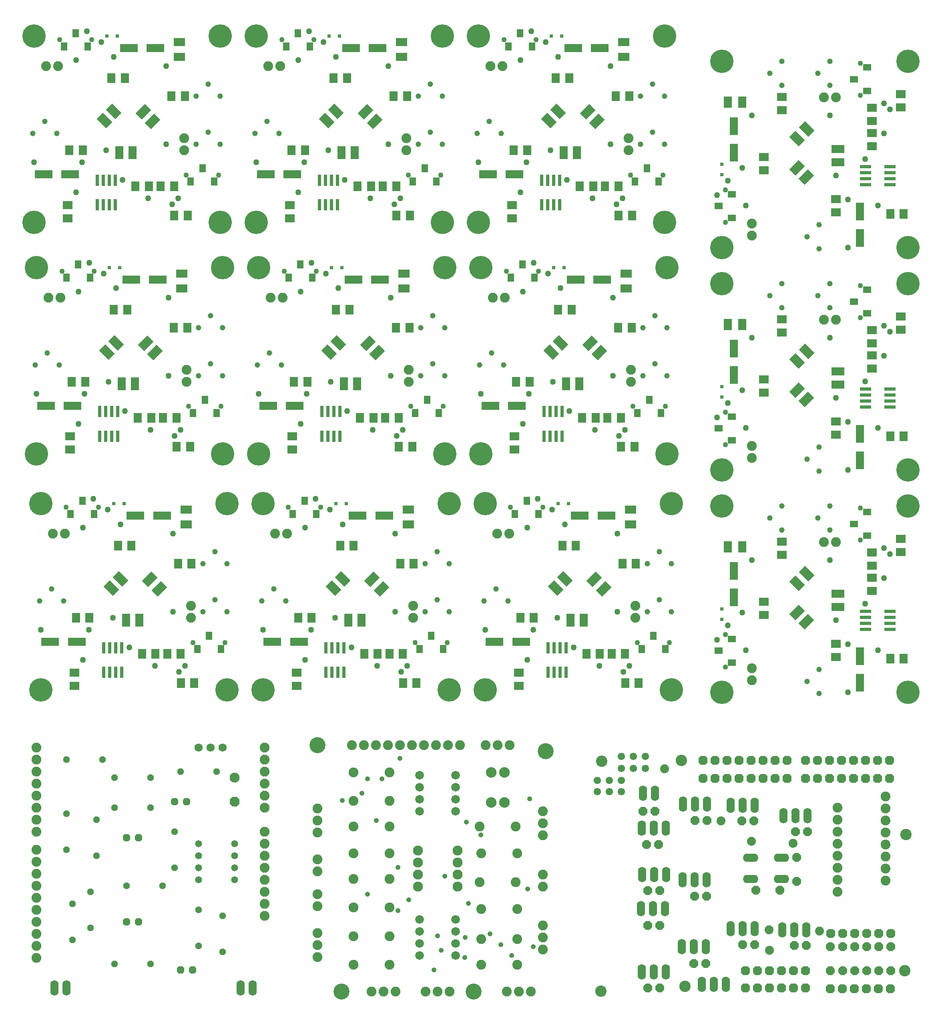
<source format=gts>
%FSTAX23Y23*%
%MOIN*%
%SFA1B1*%

%IPPOS*%
%AMD78*
4,1,4,0.013900,-0.064000,0.064000,-0.013900,-0.013900,0.064000,-0.064000,0.013900,0.013900,-0.064000,0.0*
%
%AMD80*
4,1,4,-0.064000,-0.013900,-0.013900,-0.064000,0.064000,0.013900,0.013900,0.064000,-0.064000,-0.013900,0.0*
%
%AMD94*
4,1,8,0.040300,0.016700,0.016700,0.040300,-0.016700,0.040300,-0.040300,0.016700,-0.040300,-0.016700,-0.016700,-0.040300,0.016700,-0.040300,0.040300,-0.016700,0.040300,0.016700,0.0*
%
%AMD96*
4,1,8,0.012900,-0.031100,0.031100,-0.012900,0.031100,0.012900,0.012900,0.031100,-0.012900,0.031100,-0.031100,0.012900,-0.031100,-0.012900,-0.012900,-0.031100,0.012900,-0.031100,0.0*
%
%AMD100*
4,1,8,0.011200,-0.027200,0.027200,-0.011200,0.027200,0.011200,0.011200,0.027200,-0.011200,0.027200,-0.027200,0.011200,-0.027200,-0.011200,-0.011200,-0.027200,0.011200,-0.027200,0.0*
%
%AMD101*
4,1,8,0.027200,0.011200,0.011200,0.027200,-0.011200,0.027200,-0.027200,0.011200,-0.027200,-0.011200,-0.011200,-0.027200,0.011200,-0.027200,0.027200,-0.011200,0.027200,0.011200,0.0*
%
%AMD106*
4,1,8,-0.036000,-0.014900,-0.014900,-0.036000,0.014900,-0.036000,0.036000,-0.014900,0.036000,0.014900,0.014900,0.036000,-0.014900,0.036000,-0.036000,0.014900,-0.036000,-0.014900,0.0*
%
%AMD107*
4,1,8,-0.037900,-0.015700,-0.015700,-0.037900,0.015700,-0.037900,0.037900,-0.015700,0.037900,0.015700,0.015700,0.037900,-0.015700,0.037900,-0.037900,0.015700,-0.037900,-0.015700,0.0*
%
%AMD108*
4,1,8,-0.014900,0.036000,-0.036000,0.014900,-0.036000,-0.014900,-0.014900,-0.036000,0.014900,-0.036000,0.036000,-0.014900,0.036000,0.014900,0.014900,0.036000,-0.014900,0.036000,0.0*
%
%ADD44C,0.074000*%
%ADD71C,0.000000*%
%ADD72R,0.031620X0.094610*%
%ADD73R,0.078870X0.070990*%
%ADD74R,0.031620X0.031620*%
%ADD75R,0.055240X0.070990*%
%ADD76R,0.070990X0.078980*%
%ADD77R,0.094610X0.067060*%
G04~CAMADD=78~9~0.0~0.0~709.9~1103.6~0.0~0.0~0~0.0~0.0~0.0~0.0~0~0.0~0.0~0.0~0.0~0~0.0~0.0~0.0~225.0~1280.0~1279.0*
%ADD78D78*%
%ADD79R,0.070990X0.110360*%
G04~CAMADD=80~9~0.0~0.0~709.9~1103.6~0.0~0.0~0~0.0~0.0~0.0~0.0~0~0.0~0.0~0.0~0.0~0~0.0~0.0~0.0~135.0~1280.0~1279.0*
%ADD80D80*%
%ADD81R,0.070990X0.078870*%
%ADD82R,0.145800X0.070990*%
%ADD83R,0.094610X0.031620*%
%ADD84R,0.031620X0.031620*%
%ADD85R,0.070990X0.055240*%
%ADD86R,0.078980X0.070990*%
%ADD87R,0.067060X0.094610*%
%ADD88R,0.110360X0.070990*%
%ADD89R,0.070990X0.145800*%
%ADD90C,0.195000*%
%ADD91C,0.043430*%
%ADD92C,0.046380*%
%ADD93C,0.082000*%
G04~CAMADD=94~4~0.0~0.0~806.2~806.2~0.0~236.1~0~0.0~0.0~0.0~0.0~0~0.0~0.0~0.0~0.0~0~0.0~0.0~0.0~315.0~806.2~806.2*
%ADD94D94*%
%ADD95C,0.083000*%
G04~CAMADD=96~4~0.0~0.0~622.2~622.2~0.0~182.2~0~0.0~0.0~0.0~0.0~0~0.0~0.0~0.0~0.0~0~0.0~0.0~0.0~225.0~622.2~622.2*
%ADD96D96*%
%ADD97C,0.058000*%
%ADD98O,0.068000X0.128000*%
%ADD99C,0.068000*%
G04~CAMADD=100~4~0.0~0.0~544.8~544.8~0.0~159.6~0~0.0~0.0~0.0~0.0~0~0.0~0.0~0.0~0.0~0~0.0~0.0~0.0~225.0~544.8~544.8*
%ADD100D100*%
G04~CAMADD=101~4~0.0~0.0~544.8~544.8~0.0~159.6~0~0.0~0.0~0.0~0.0~0~0.0~0.0~0.0~0.0~0~0.0~0.0~0.0~315.0~544.8~544.8*
%ADD101D101*%
%ADD102C,0.133000*%
%ADD103C,0.088000*%
%ADD104C,0.072000*%
%ADD105C,0.094610*%
G04~CAMADD=106~4~0.0~0.0~719.1~719.1~0.0~210.6~0~0.0~0.0~0.0~0.0~0~0.0~0.0~0.0~0.0~0~0.0~0.0~0.0~135.0~719.1~719.1*
%ADD106D106*%
G04~CAMADD=107~4~0.0~0.0~757.8~757.8~0.0~221.9~0~0.0~0.0~0.0~0.0~0~0.0~0.0~0.0~0.0~0~0.0~0.0~0.0~135.0~757.8~757.8*
%ADD107D107*%
G04~CAMADD=108~4~0.0~0.0~719.1~719.1~0.0~210.6~0~0.0~0.0~0.0~0.0~0~0.0~0.0~0.0~0.0~0~0.0~0.0~0.0~45.0~719.1~719.1*
%ADD108D108*%
%ADD109O,0.128000X0.068000*%
%ADD110C,0.049590*%
%ADD111C,0.042000*%
%ADD112C,0.061150*%
%LNmergedpcbs-1*%
%LPD*%
G36*
X37925Y23664D02*
X37929Y2366D01*
X37932Y23654*
X37932Y2365*
X37932Y23647*
X3793Y2364*
X37925Y23635*
X37918Y23632*
X37915Y23632*
X37911Y23632*
X37905Y23635*
X379Y2364*
X37897Y23646*
X37897Y2365*
X37897Y23653*
X379Y23659*
X37905Y23664*
X37911Y23667*
X37915Y23667*
X37918Y23667*
X37925Y23664*
G37*
G36*
X37814D02*
X37819Y2366D01*
X37822Y23654*
X37822Y2365*
X37822Y23647*
X3782Y2364*
X37815Y23635*
X37808Y23632*
X37805Y23632*
X37801Y23632*
X37795Y23635*
X3779Y2364*
X37787Y23646*
X37787Y2365*
X37787Y23653*
X3779Y23659*
X37795Y23664*
X37801Y23667*
X37805Y23667*
X37808Y23667*
X37814Y23664*
G37*
G36*
X37925Y23914D02*
X37929Y2391D01*
X37932Y23904*
X37932Y239*
X37932Y23897*
X3793Y2389*
X37925Y23885*
X37918Y23882*
X37915Y23882*
X37911Y23882*
X37905Y23885*
X379Y2389*
X37897Y23896*
X37897Y239*
X37897Y23903*
X379Y23909*
X37905Y23914*
X37911Y23917*
X37915Y23917*
X37918Y23917*
X37925Y23914*
G37*
G36*
X37814D02*
X37819Y2391D01*
X37822Y23904*
X37822Y239*
X37822Y23897*
X3782Y2389*
X37815Y23885*
X37808Y23882*
X37805Y23882*
X37801Y23882*
X37795Y23885*
X3779Y2389*
X37787Y23896*
X37787Y239*
X37787Y23903*
X3779Y23909*
X37795Y23914*
X37801Y23917*
X37805Y23917*
X37808Y23917*
X37814Y23914*
G37*
G54D44*
X39249Y2393D03*
X40539Y2258D03*
X39719Y23495D03*
X39974Y23325D03*
X40119Y2259D03*
X40124Y2242D03*
X40319Y2331D03*
G54D71*
X37212Y2295D02*
D01*
X37211Y22951*
X37211Y22952*
X37211Y22953*
X37211Y22954*
X3721Y22955*
X3721Y22956*
X3721Y22957*
X37209Y22959*
X37208Y22959*
X37208Y2296*
X37207Y22961*
X37206Y22962*
X37205Y22963*
X37204Y22964*
X37203Y22964*
X37202Y22965*
X37201Y22965*
X372Y22966*
X37199Y22966*
X37197Y22966*
X37196Y22966*
X37195Y22966*
X37194*
X37193Y22966*
X37192Y22966*
X3719Y22966*
X37189Y22966*
X37188Y22965*
X37187Y22965*
X37186Y22964*
X37185Y22964*
X37184Y22963*
X37183Y22962*
X37182Y22961*
X37181Y2296*
X37181Y22959*
X3718Y22959*
X37179Y22957*
X37179Y22956*
X37179Y22955*
X37178Y22954*
X37178Y22953*
X37178Y22952*
X37178Y22951*
X37178Y2295*
X37178Y22948*
X37178Y22947*
X37178Y22946*
X37178Y22945*
X37179Y22944*
X37179Y22943*
X37179Y22942*
X3718Y2294*
X37181Y2294*
X37181Y22939*
X37182Y22938*
X37183Y22937*
X37184Y22936*
X37185Y22935*
X37186Y22935*
X37187Y22934*
X37188Y22934*
X37189Y22933*
X3719Y22933*
X37192Y22933*
X37193Y22933*
X37194Y22933*
X37195*
X37196Y22933*
X37197Y22933*
X37199Y22933*
X372Y22933*
X37201Y22934*
X37202Y22934*
X37203Y22935*
X37204Y22935*
X37205Y22936*
X37206Y22937*
X37207Y22938*
X37208Y22939*
X37208Y2294*
X37209Y2294*
X3721Y22942*
X3721Y22943*
X3721Y22944*
X37211Y22945*
X37211Y22946*
X37211Y22947*
X37211Y22948*
X37212Y2295*
Y2305D02*
D01*
X37211Y23051*
X37211Y23052*
X37211Y23053*
X37211Y23054*
X3721Y23055*
X3721Y23056*
X3721Y23057*
X37209Y23059*
X37208Y23059*
X37208Y2306*
X37207Y23061*
X37206Y23062*
X37205Y23063*
X37204Y23064*
X37203Y23064*
X37202Y23065*
X37201Y23065*
X372Y23066*
X37199Y23066*
X37197Y23066*
X37196Y23066*
X37195Y23066*
X37194*
X37193Y23066*
X37192Y23066*
X3719Y23066*
X37189Y23066*
X37188Y23065*
X37187Y23065*
X37186Y23064*
X37185Y23064*
X37184Y23063*
X37183Y23062*
X37182Y23061*
X37181Y2306*
X37181Y23059*
X3718Y23059*
X37179Y23057*
X37179Y23056*
X37179Y23055*
X37178Y23054*
X37178Y23053*
X37178Y23052*
X37178Y23051*
X37178Y2305*
X37178Y23048*
X37178Y23047*
X37178Y23046*
X37178Y23045*
X37179Y23044*
X37179Y23043*
X37179Y23042*
X3718Y2304*
X37181Y2304*
X37181Y23039*
X37182Y23038*
X37183Y23037*
X37184Y23036*
X37185Y23035*
X37186Y23035*
X37187Y23034*
X37188Y23034*
X37189Y23033*
X3719Y23033*
X37192Y23033*
X37193Y23033*
X37194Y23033*
X37195*
X37196Y23033*
X37197Y23033*
X37199Y23033*
X372Y23033*
X37201Y23034*
X37202Y23034*
X37203Y23035*
X37204Y23035*
X37205Y23036*
X37206Y23037*
X37207Y23038*
X37208Y23039*
X37208Y2304*
X37209Y2304*
X3721Y23042*
X3721Y23043*
X3721Y23044*
X37211Y23045*
X37211Y23046*
X37211Y23047*
X37211Y23048*
X37212Y2305*
Y2315D02*
D01*
X37211Y23151*
X37211Y23152*
X37211Y23153*
X37211Y23154*
X3721Y23155*
X3721Y23156*
X3721Y23157*
X37209Y23159*
X37208Y23159*
X37208Y2316*
X37207Y23161*
X37206Y23162*
X37205Y23163*
X37204Y23164*
X37203Y23164*
X37202Y23165*
X37201Y23165*
X372Y23166*
X37199Y23166*
X37197Y23166*
X37196Y23166*
X37195Y23166*
X37194*
X37193Y23166*
X37192Y23166*
X3719Y23166*
X37189Y23166*
X37188Y23165*
X37187Y23165*
X37186Y23164*
X37185Y23164*
X37184Y23163*
X37183Y23162*
X37182Y23161*
X37181Y2316*
X37181Y23159*
X3718Y23159*
X37179Y23157*
X37179Y23156*
X37179Y23155*
X37178Y23154*
X37178Y23153*
X37178Y23152*
X37178Y23151*
X37178Y2315*
X37178Y23148*
X37178Y23147*
X37178Y23146*
X37178Y23145*
X37179Y23144*
X37179Y23143*
X37179Y23142*
X3718Y2314*
X37181Y2314*
X37181Y23139*
X37182Y23138*
X37183Y23137*
X37184Y23136*
X37185Y23135*
X37186Y23135*
X37187Y23134*
X37188Y23134*
X37189Y23133*
X3719Y23133*
X37192Y23133*
X37193Y23133*
X37194Y23133*
X37195*
X37196Y23133*
X37197Y23133*
X37199Y23133*
X372Y23133*
X37201Y23134*
X37202Y23134*
X37203Y23135*
X37204Y23135*
X37205Y23136*
X37206Y23137*
X37207Y23138*
X37208Y23139*
X37208Y2314*
X37209Y2314*
X3721Y23142*
X3721Y23143*
X3721Y23144*
X37211Y23145*
X37211Y23146*
X37211Y23147*
X37211Y23148*
X37212Y2315*
Y2325D02*
D01*
X37211Y23251*
X37211Y23252*
X37211Y23253*
X37211Y23254*
X3721Y23255*
X3721Y23256*
X3721Y23257*
X37209Y23259*
X37208Y23259*
X37208Y2326*
X37207Y23261*
X37206Y23262*
X37205Y23263*
X37204Y23264*
X37203Y23264*
X37202Y23265*
X37201Y23265*
X372Y23266*
X37199Y23266*
X37197Y23266*
X37196Y23266*
X37195Y23266*
X37194*
X37193Y23266*
X37192Y23266*
X3719Y23266*
X37189Y23266*
X37188Y23265*
X37187Y23265*
X37186Y23264*
X37185Y23264*
X37184Y23263*
X37183Y23262*
X37182Y23261*
X37181Y2326*
X37181Y23259*
X3718Y23259*
X37179Y23257*
X37179Y23256*
X37179Y23255*
X37178Y23254*
X37178Y23253*
X37178Y23252*
X37178Y23251*
X37178Y2325*
X37178Y23248*
X37178Y23247*
X37178Y23246*
X37178Y23245*
X37179Y23244*
X37179Y23243*
X37179Y23242*
X3718Y2324*
X37181Y2324*
X37181Y23239*
X37182Y23238*
X37183Y23237*
X37184Y23236*
X37185Y23235*
X37186Y23235*
X37187Y23234*
X37188Y23234*
X37189Y23233*
X3719Y23233*
X37192Y23233*
X37193Y23233*
X37194Y23233*
X37195*
X37196Y23233*
X37197Y23233*
X37199Y23233*
X372Y23233*
X37201Y23234*
X37202Y23234*
X37203Y23235*
X37204Y23235*
X37205Y23236*
X37206Y23237*
X37207Y23238*
X37208Y23239*
X37208Y2324*
X37209Y2324*
X3721Y23242*
X3721Y23243*
X3721Y23244*
X37211Y23245*
X37211Y23246*
X37211Y23247*
X37211Y23248*
X37212Y2325*
X37542Y2295D02*
D01*
X37541Y22951*
X37541Y22952*
X37541Y22953*
X37541Y22954*
X3754Y22955*
X3754Y22956*
X3754Y22957*
X37539Y22959*
X37538Y22959*
X37538Y2296*
X37537Y22961*
X37536Y22962*
X37535Y22963*
X37534Y22964*
X37533Y22964*
X37532Y22965*
X37531Y22965*
X3753Y22966*
X37529Y22966*
X37527Y22966*
X37526Y22966*
X37525Y22966*
X37524*
X37523Y22966*
X37522Y22966*
X3752Y22966*
X37519Y22966*
X37518Y22965*
X37517Y22965*
X37516Y22964*
X37515Y22964*
X37514Y22963*
X37513Y22962*
X37512Y22961*
X37511Y2296*
X37511Y22959*
X3751Y22959*
X37509Y22957*
X37509Y22956*
X37509Y22955*
X37508Y22954*
X37508Y22953*
X37508Y22952*
X37508Y22951*
X37508Y2295*
X37508Y22948*
X37508Y22947*
X37508Y22946*
X37508Y22945*
X37509Y22944*
X37509Y22943*
X37509Y22942*
X3751Y2294*
X37511Y2294*
X37511Y22939*
X37512Y22938*
X37513Y22937*
X37514Y22936*
X37515Y22935*
X37516Y22935*
X37517Y22934*
X37518Y22934*
X37519Y22933*
X3752Y22933*
X37522Y22933*
X37523Y22933*
X37524Y22933*
X37525*
X37526Y22933*
X37527Y22933*
X37529Y22933*
X3753Y22933*
X37531Y22934*
X37532Y22934*
X37533Y22935*
X37534Y22935*
X37535Y22936*
X37536Y22937*
X37537Y22938*
X37538Y22939*
X37538Y2294*
X37539Y2294*
X3754Y22942*
X3754Y22943*
X3754Y22944*
X37541Y22945*
X37541Y22946*
X37541Y22947*
X37541Y22948*
X37542Y2295*
Y2305D02*
D01*
X37541Y23051*
X37541Y23052*
X37541Y23053*
X37541Y23054*
X3754Y23055*
X3754Y23056*
X3754Y23057*
X37539Y23059*
X37538Y23059*
X37538Y2306*
X37537Y23061*
X37536Y23062*
X37535Y23063*
X37534Y23064*
X37533Y23064*
X37532Y23065*
X37531Y23065*
X3753Y23066*
X37529Y23066*
X37527Y23066*
X37526Y23066*
X37525Y23066*
X37524*
X37523Y23066*
X37522Y23066*
X3752Y23066*
X37519Y23066*
X37518Y23065*
X37517Y23065*
X37516Y23064*
X37515Y23064*
X37514Y23063*
X37513Y23062*
X37512Y23061*
X37511Y2306*
X37511Y23059*
X3751Y23059*
X37509Y23057*
X37509Y23056*
X37509Y23055*
X37508Y23054*
X37508Y23053*
X37508Y23052*
X37508Y23051*
X37508Y2305*
X37508Y23048*
X37508Y23047*
X37508Y23046*
X37508Y23045*
X37509Y23044*
X37509Y23043*
X37509Y23042*
X3751Y2304*
X37511Y2304*
X37511Y23039*
X37512Y23038*
X37513Y23037*
X37514Y23036*
X37515Y23035*
X37516Y23035*
X37517Y23034*
X37518Y23034*
X37519Y23033*
X3752Y23033*
X37522Y23033*
X37523Y23033*
X37524Y23033*
X37525*
X37526Y23033*
X37527Y23033*
X37529Y23033*
X3753Y23033*
X37531Y23034*
X37532Y23034*
X37533Y23035*
X37534Y23035*
X37535Y23036*
X37536Y23037*
X37537Y23038*
X37538Y23039*
X37538Y2304*
X37539Y2304*
X3754Y23042*
X3754Y23043*
X3754Y23044*
X37541Y23045*
X37541Y23046*
X37541Y23047*
X37541Y23048*
X37542Y2305*
Y2315D02*
D01*
X37541Y23151*
X37541Y23152*
X37541Y23153*
X37541Y23154*
X3754Y23155*
X3754Y23156*
X3754Y23157*
X37539Y23159*
X37538Y23159*
X37538Y2316*
X37537Y23161*
X37536Y23162*
X37535Y23163*
X37534Y23164*
X37533Y23164*
X37532Y23165*
X37531Y23165*
X3753Y23166*
X37529Y23166*
X37527Y23166*
X37526Y23166*
X37525Y23166*
X37524*
X37523Y23166*
X37522Y23166*
X3752Y23166*
X37519Y23166*
X37518Y23165*
X37517Y23165*
X37516Y23164*
X37515Y23164*
X37514Y23163*
X37513Y23162*
X37512Y23161*
X37511Y2316*
X37511Y23159*
X3751Y23159*
X37509Y23157*
X37509Y23156*
X37509Y23155*
X37508Y23154*
X37508Y23153*
X37508Y23152*
X37508Y23151*
X37508Y2315*
X37508Y23148*
X37508Y23147*
X37508Y23146*
X37508Y23145*
X37509Y23144*
X37509Y23143*
X37509Y23142*
X3751Y2314*
X37511Y2314*
X37511Y23139*
X37512Y23138*
X37513Y23137*
X37514Y23136*
X37515Y23135*
X37516Y23135*
X37517Y23134*
X37518Y23134*
X37519Y23133*
X3752Y23133*
X37522Y23133*
X37523Y23133*
X37524Y23133*
X37525*
X37526Y23133*
X37527Y23133*
X37529Y23133*
X3753Y23133*
X37531Y23134*
X37532Y23134*
X37533Y23135*
X37534Y23135*
X37535Y23136*
X37536Y23137*
X37537Y23138*
X37538Y23139*
X37538Y2314*
X37539Y2314*
X3754Y23142*
X3754Y23143*
X3754Y23144*
X37541Y23145*
X37541Y23146*
X37541Y23147*
X37541Y23148*
X37542Y2315*
Y2325D02*
D01*
X37541Y23251*
X37541Y23252*
X37541Y23253*
X37541Y23254*
X3754Y23255*
X3754Y23256*
X3754Y23257*
X37539Y23259*
X37538Y23259*
X37538Y2326*
X37537Y23261*
X37536Y23262*
X37535Y23263*
X37534Y23264*
X37533Y23264*
X37532Y23265*
X37531Y23265*
X3753Y23266*
X37529Y23266*
X37527Y23266*
X37526Y23266*
X37525Y23266*
X37524*
X37523Y23266*
X37522Y23266*
X3752Y23266*
X37519Y23266*
X37518Y23265*
X37517Y23265*
X37516Y23264*
X37515Y23264*
X37514Y23263*
X37513Y23262*
X37512Y23261*
X37511Y2326*
X37511Y23259*
X3751Y23259*
X37509Y23257*
X37509Y23256*
X37509Y23255*
X37508Y23254*
X37508Y23253*
X37508Y23252*
X37508Y23251*
X37508Y2325*
X37508Y23248*
X37508Y23247*
X37508Y23246*
X37508Y23245*
X37509Y23244*
X37509Y23243*
X37509Y23242*
X3751Y2324*
X37511Y2324*
X37511Y23239*
X37512Y23238*
X37513Y23237*
X37514Y23236*
X37515Y23235*
X37516Y23235*
X37517Y23234*
X37518Y23234*
X37519Y23233*
X3752Y23233*
X37522Y23233*
X37523Y23233*
X37524Y23233*
X37525*
X37526Y23233*
X37527Y23233*
X37529Y23233*
X3753Y23233*
X37531Y23234*
X37532Y23234*
X37533Y23235*
X37534Y23235*
X37535Y23236*
X37536Y23237*
X37537Y23238*
X37538Y23239*
X37538Y2324*
X37539Y2324*
X3754Y23242*
X3754Y23243*
X3754Y23244*
X37541Y23245*
X37541Y23246*
X37541Y23247*
X37541Y23248*
X37542Y2325*
G54D72*
X3458Y24732D03*
X3463D03*
X3473D03*
X3458Y24937D03*
X3463D03*
X3473D03*
X3468Y24732D03*
Y24937D03*
X3643Y24732D03*
X3648D03*
X3658D03*
X3643Y24937D03*
X3648D03*
X3658D03*
X3653Y24732D03*
Y24937D03*
X3828Y24732D03*
X3833D03*
X3843D03*
X3828Y24937D03*
X3833D03*
X3843D03*
X3838Y24732D03*
Y24937D03*
X34545Y26697D03*
X34595D03*
X34695D03*
X34545Y26902D03*
X34595D03*
X34695D03*
X34645Y26697D03*
Y26902D03*
X36395Y26697D03*
X36445D03*
X36545D03*
X36395Y26902D03*
X36445D03*
X36545D03*
X36495Y26697D03*
Y26902D03*
X38245Y26697D03*
X38295D03*
X38395D03*
X38245Y26902D03*
X38295D03*
X38395D03*
X38345Y26697D03*
Y26902D03*
X34525Y28622D03*
X34575D03*
X34675D03*
X34525Y28827D03*
X34575D03*
X34675D03*
X34625Y28622D03*
Y28827D03*
X36375Y28622D03*
X36425D03*
X36525D03*
X36375Y28827D03*
X36425D03*
X36525D03*
X36475Y28622D03*
Y28827D03*
X38225Y28622D03*
X38275D03*
X38375D03*
X38225Y28827D03*
X38275D03*
X38375D03*
X38325Y28622D03*
Y28827D03*
G54D73*
X34335Y2473D03*
Y24619D03*
X36185Y2473D03*
Y24619D03*
X38035Y2473D03*
Y24619D03*
X343Y26695D03*
Y26584D03*
X3615Y26695D03*
Y26584D03*
X38Y26695D03*
Y26584D03*
X40975Y2573D03*
Y25619D03*
Y2758D03*
Y27469D03*
Y2943D03*
Y29319D03*
X3428Y2862D03*
Y28509D03*
X3613Y2862D03*
Y28509D03*
X3798Y2862D03*
Y28509D03*
G54D74*
X34748Y26135D03*
X34661D03*
X36598D03*
X36511D03*
X38448D03*
X38361D03*
X34713Y281D03*
X34626D03*
X36563D03*
X36476D03*
X38413D03*
X38326D03*
X34693Y30025D03*
X34606D03*
X36543D03*
X36456D03*
X38393D03*
X38306D03*
G54D75*
X34303Y26049D03*
X345D03*
X34401Y2616D03*
X35358Y24924D03*
X35555D03*
X35456Y25035D03*
X36153Y26049D03*
X3635D03*
X36251Y2616D03*
X37208Y24924D03*
X37405D03*
X37306Y25035D03*
X38003Y26049D03*
X382D03*
X38101Y2616D03*
X39058Y24924D03*
X39255D03*
X39156Y25035D03*
X34268Y28014D03*
X34465D03*
X34366Y28125D03*
X35323Y26889D03*
X3552D03*
X35421Y27D03*
X36118Y28014D03*
X36315D03*
X36216Y28125D03*
X37173Y26889D03*
X3737D03*
X37271Y27D03*
X37968Y28014D03*
X38165D03*
X38066Y28125D03*
X39023Y26889D03*
X3922D03*
X39121Y27D03*
X34248Y29939D03*
X34445D03*
X34346Y3005D03*
X35303Y28814D03*
X355D03*
X35401Y28925D03*
X36098Y29939D03*
X36295D03*
X36196Y3005D03*
X37153Y28814D03*
X3735D03*
X37251Y28925D03*
X37948Y29939D03*
X38145D03*
X38046Y3005D03*
X39003Y28814D03*
X392D03*
X39101Y28925D03*
G54D76*
X3531Y25635D03*
X35199D03*
X34899Y24885D03*
X3501D03*
X35333Y24643D03*
X35222D03*
X34699Y25785D03*
X3481D03*
X3446Y25185D03*
X34349D03*
X3716Y25635D03*
X37049D03*
X36749Y24885D03*
X3686D03*
X37183Y24643D03*
X37072D03*
X36549Y25785D03*
X3666D03*
X3631Y25185D03*
X36199D03*
X3901Y25635D03*
X38899D03*
X38599Y24885D03*
X3871D03*
X39033Y24643D03*
X38922D03*
X38399Y25785D03*
X3851D03*
X3816Y25185D03*
X38049D03*
X35275Y276D03*
X35164D03*
X34864Y2685D03*
X34975D03*
X35298Y26608D03*
X35187D03*
X34664Y2775D03*
X34775D03*
X34425Y2715D03*
X34314D03*
X37125Y276D03*
X37014D03*
X36714Y2685D03*
X36825D03*
X37148Y26608D03*
X37037D03*
X36514Y2775D03*
X36625D03*
X36275Y2715D03*
X36164D03*
X38975Y276D03*
X38864D03*
X38564Y2685D03*
X38675D03*
X38998Y26608D03*
X38887D03*
X38364Y2775D03*
X38475D03*
X38125Y2715D03*
X38014D03*
X35255Y29525D03*
X35144D03*
X34844Y28775D03*
X34955D03*
X35278Y28533D03*
X35167D03*
X34644Y29675D03*
X34755D03*
X34405Y29075D03*
X34294D03*
X37105Y29525D03*
X36994D03*
X36694Y28775D03*
X36805D03*
X37128Y28533D03*
X37017D03*
X36494Y29675D03*
X36605D03*
X36255Y29075D03*
X36144D03*
X38955Y29525D03*
X38844D03*
X38544Y28775D03*
X38655D03*
X38978Y28533D03*
X38867D03*
X38344Y29675D03*
X38455D03*
X38105Y29075D03*
X37994D03*
G54D77*
X35265Y25962D03*
Y26085D03*
X37115Y25962D03*
Y26085D03*
X38965Y25962D03*
Y26085D03*
X3523Y27927D03*
Y2805D03*
X3708Y27927D03*
Y2805D03*
X3893Y27927D03*
Y2805D03*
X3521Y29852D03*
Y29975D03*
X3706Y29852D03*
Y29975D03*
X3891Y29852D03*
Y29975D03*
G54D78*
X34718Y25508D03*
X34641Y25431D03*
X36568Y25508D03*
X36491Y25431D03*
X38418Y25508D03*
X38341Y25431D03*
X34683Y27473D03*
X34606Y27396D03*
X36533Y27473D03*
X36456Y27396D03*
X38383Y27473D03*
X38306Y27396D03*
X40432Y25551D03*
X40354Y25473D03*
X40432Y27401D03*
X40354Y27323D03*
X40432Y29251D03*
X40354Y29173D03*
X34663Y29398D03*
X34586Y29321D03*
X36513Y29398D03*
X36436Y29321D03*
X38363Y29398D03*
X38286Y29321D03*
G54D79*
X34765Y25167D03*
X34875D03*
X36615D03*
X36725D03*
X38465D03*
X38575D03*
X3473Y27132D03*
X3484D03*
X3658D03*
X3669D03*
X3843D03*
X3854D03*
X3471Y29057D03*
X3482D03*
X3656D03*
X3667D03*
X3841D03*
X3852D03*
G54D80*
X35041Y25427D03*
X34963Y25505D03*
X36891Y25427D03*
X36813Y25505D03*
X38741Y25427D03*
X38663Y25505D03*
X35006Y27392D03*
X34928Y2747D03*
X36856Y27392D03*
X36778Y2747D03*
X38706Y27392D03*
X38628Y2747D03*
X40351Y25228D03*
X40428Y25151D03*
X40351Y27078D03*
X40428Y27001D03*
X40351Y28928D03*
X40428Y28851D03*
X34986Y29317D03*
X34908Y29395D03*
X36836Y29317D03*
X36758Y29395D03*
X38686Y29317D03*
X38608Y29395D03*
G54D81*
X3522Y24885D03*
X35109D03*
X3707D03*
X36959D03*
X3892D03*
X38809D03*
X35185Y2685D03*
X35074D03*
X37035D03*
X36924D03*
X38885D03*
X38774D03*
X41129Y24845D03*
X4124D03*
X41129Y26695D03*
X4124D03*
X41129Y28545D03*
X4124D03*
X35165Y28775D03*
X35054D03*
X37015D03*
X36904D03*
X38865D03*
X38754D03*
G54D82*
X35065Y26035D03*
X34844D03*
X34355Y24985D03*
X34134D03*
X36915Y26035D03*
X36694D03*
X36205Y24985D03*
X35984D03*
X38765Y26035D03*
X38544D03*
X38055Y24985D03*
X37834D03*
X3503Y28D03*
X34809D03*
X3432Y2695D03*
X34099D03*
X3688Y28D03*
X36659D03*
X3617Y2695D03*
X35949D03*
X3873Y28D03*
X38509D03*
X3802Y2695D03*
X37799D03*
X3501Y29925D03*
X34789D03*
X343Y28875D03*
X34079D03*
X3686Y29925D03*
X36639D03*
X3615Y28875D03*
X35929D03*
X3871Y29925D03*
X38489D03*
X38Y28875D03*
X37779D03*
G54D83*
X41127Y2509D03*
Y2514D03*
Y2524D03*
X40922Y2509D03*
Y2514D03*
Y2524D03*
X41127Y2519D03*
X40922D03*
X41127Y2694D03*
Y2699D03*
Y2709D03*
X40922Y2694D03*
Y2699D03*
Y2709D03*
X41127Y2704D03*
X40922D03*
X41127Y2879D03*
Y2884D03*
Y2894D03*
X40922Y2879D03*
Y2884D03*
Y2894D03*
X41127Y2889D03*
X40922D03*
G54D84*
X39725Y25258D03*
Y25171D03*
Y27108D03*
Y27021D03*
Y28958D03*
Y28871D03*
G54D85*
X3981Y24813D03*
Y2501D03*
X397Y24911D03*
X40935Y25868D03*
Y26065D03*
X40825Y25966D03*
X3981Y26663D03*
Y2686D03*
X397Y26761D03*
X40935Y27718D03*
Y27915D03*
X40825Y27816D03*
X3981Y28513D03*
Y2871D03*
X397Y28611D03*
X40935Y29568D03*
Y29765D03*
X40825Y29666D03*
G54D86*
X40225Y2582D03*
Y25709D03*
X40975Y25409D03*
Y2552D03*
X41217Y25843D03*
Y25732D03*
X40075Y25209D03*
Y2532D03*
X40675Y2497D03*
Y24859D03*
X40225Y2767D03*
Y27559D03*
X40975Y27259D03*
Y2737D03*
X41217Y27693D03*
Y27582D03*
X40075Y27059D03*
Y2717D03*
X40675Y2682D03*
Y26709D03*
X40225Y2952D03*
Y29409D03*
X40975Y29109D03*
Y2922D03*
X41217Y29543D03*
Y29432D03*
X40075Y28909D03*
Y2902D03*
X40675Y2867D03*
Y28559D03*
G54D87*
X39897Y25775D03*
X39775D03*
X39897Y27625D03*
X39775D03*
X39897Y29475D03*
X39775D03*
G54D88*
X40692Y25275D03*
Y25385D03*
Y27125D03*
Y27235D03*
Y28975D03*
Y29085D03*
G54D89*
X39825Y25575D03*
Y25354D03*
X40875Y24865D03*
Y24644D03*
X39825Y27425D03*
Y27204D03*
X40875Y26715D03*
Y26494D03*
X39825Y29275D03*
Y29054D03*
X40875Y28565D03*
Y28344D03*
G54D90*
X34055Y24585D03*
X35605D03*
Y26135D03*
X34055D03*
X35905Y24585D03*
X37455D03*
Y26135D03*
X35905D03*
X37755Y24585D03*
X39305D03*
Y26135D03*
X37755D03*
X3402Y2655D03*
X3557D03*
Y281D03*
X3402D03*
X3587Y2655D03*
X3742D03*
Y281D03*
X3587D03*
X3772Y2655D03*
X3927D03*
Y281D03*
X3772D03*
X41275Y24565D03*
Y26115D03*
X39725D03*
Y24565D03*
X41275Y26415D03*
Y27965D03*
X39725D03*
Y26415D03*
X41275Y28265D03*
Y29815D03*
X39725D03*
Y28265D03*
X34Y28475D03*
X3555D03*
Y30025D03*
X34D03*
X3585Y28475D03*
X374D03*
Y30025D03*
X3585D03*
X377Y28475D03*
X3925D03*
Y30025D03*
X377D03*
G54D91*
X34267Y26104D03*
X34535D03*
X35322Y24979D03*
X3559D03*
X36117Y26104D03*
X36385D03*
X37172Y24979D03*
X3744D03*
X37967Y26104D03*
X38235D03*
X39022Y24979D03*
X3929D03*
X34232Y28069D03*
X345D03*
X35287Y26944D03*
X35555D03*
X36082Y28069D03*
X3635D03*
X37137Y26944D03*
X37405D03*
X37932Y28069D03*
X382D03*
X38987Y26944D03*
X39255D03*
X39755Y24777D03*
Y25045D03*
X4088Y25832D03*
Y261D03*
X39755Y26627D03*
Y26895D03*
X4088Y27682D03*
Y2795D03*
X39755Y28477D03*
Y28745D03*
X4088Y29532D03*
Y298D03*
X34212Y29994D03*
X3448D03*
X35267Y28869D03*
X35535D03*
X36062Y29994D03*
X3633D03*
X37117Y28869D03*
X37385D03*
X37912Y29994D03*
X3818D03*
X38967Y28869D03*
X39235D03*
G54D92*
X35405Y25635D03*
X35605D03*
X35505Y25735D03*
X35405Y25235D03*
X35605D03*
X35505Y25335D03*
X34045Y25325D03*
X34245D03*
X34145Y25425D03*
X37255Y25635D03*
X37455D03*
X37355Y25735D03*
X37255Y25235D03*
X37455D03*
X37355Y25335D03*
X35895Y25325D03*
X36095D03*
X35995Y25425D03*
X39105Y25635D03*
X39305D03*
X39205Y25735D03*
X39105Y25235D03*
X39305D03*
X39205Y25335D03*
X37745Y25325D03*
X37945D03*
X37845Y25425D03*
X3537Y276D03*
X3557D03*
X3547Y277D03*
X3537Y272D03*
X3557D03*
X3547Y273D03*
X3401Y2729D03*
X3421D03*
X3411Y2739D03*
X3722Y276D03*
X3742D03*
X3732Y277D03*
X3722Y272D03*
X3742D03*
X3732Y273D03*
X3586Y2729D03*
X3606D03*
X3596Y2739D03*
X3907Y276D03*
X3927D03*
X3917Y277D03*
X3907Y272D03*
X3927D03*
X3917Y273D03*
X3771Y2729D03*
X3791D03*
X3781Y2739D03*
X40225Y25915D03*
Y26115D03*
X40125Y26015D03*
X40625Y25915D03*
Y26115D03*
X40525Y26015D03*
X40535Y24555D03*
Y24755D03*
X40435Y24655D03*
X40225Y27765D03*
Y27965D03*
X40125Y27865D03*
X40625Y27765D03*
Y27965D03*
X40525Y27865D03*
X40535Y26405D03*
Y26605D03*
X40435Y26505D03*
X40225Y29615D03*
Y29815D03*
X40125Y29715D03*
X40625Y29615D03*
Y29815D03*
X40525Y29715D03*
X40535Y28255D03*
Y28455D03*
X40435Y28355D03*
X3535Y29525D03*
X3555D03*
X3545Y29625D03*
X3535Y29125D03*
X3555D03*
X3545Y29225D03*
X3399Y29215D03*
X3419D03*
X3409Y29315D03*
X372Y29525D03*
X374D03*
X373Y29625D03*
X372Y29125D03*
X374D03*
X373Y29225D03*
X3584Y29215D03*
X3604D03*
X3594Y29315D03*
X3905Y29525D03*
X3925D03*
X3915Y29625D03*
X3905Y29125D03*
X3925D03*
X3915Y29225D03*
X3769Y29215D03*
X3789D03*
X3779Y29315D03*
G54D93*
X34255Y25885D03*
X34155D03*
X35305Y25185D03*
Y25285D03*
X36105Y25885D03*
X36005D03*
X37155Y25185D03*
Y25285D03*
X37955Y25885D03*
X37855D03*
X39005Y25185D03*
Y25285D03*
X3422Y2785D03*
X3412D03*
X3527Y2715D03*
Y2725D03*
X3607Y2785D03*
X3597D03*
X3712Y2715D03*
Y2725D03*
X3792Y2785D03*
X3782D03*
X3897Y2715D03*
Y2725D03*
X39975Y24765D03*
Y24665D03*
X40675Y25815D03*
X40575D03*
X39975Y26615D03*
Y26515D03*
X40675Y27665D03*
X40575D03*
X39975Y28465D03*
Y28365D03*
X40675Y29515D03*
X40575D03*
X3592Y22705D03*
Y22805D03*
X3402Y22355D03*
Y22455D03*
Y22555D03*
Y22655D03*
Y22755D03*
Y22855D03*
Y22955D03*
Y23055D03*
Y23155D03*
Y23255D03*
Y23405D03*
Y23505D03*
Y23605D03*
Y23705D03*
Y23805D03*
Y23905D03*
Y24005D03*
Y24105D03*
X3592D03*
Y24005D03*
Y23905D03*
Y23805D03*
Y23705D03*
Y23605D03*
Y23405D03*
Y23305D03*
Y23205D03*
Y23105D03*
Y23005D03*
Y22905D03*
X3636Y23075D03*
Y23175D03*
X3746Y22075D03*
X3736D03*
X3726D03*
X3681D03*
X3691D03*
X3701D03*
X38235Y22625D03*
Y22525D03*
Y22425D03*
X3636Y22562D03*
Y22462D03*
Y22362D03*
X38235Y2295D03*
Y2305D03*
X3636Y22787D03*
Y22887D03*
X38022Y22762D03*
X37722D03*
X3696Y23662D03*
X3666D03*
X3696Y22775D03*
X3666D03*
X3696Y22537D03*
X3666D03*
Y239D03*
X3696D03*
X3801Y22987D03*
X3771D03*
X38022Y223D03*
X37722D03*
X3696D03*
X3666D03*
X38022Y22512D03*
X37722D03*
X3696Y23012D03*
X3666D03*
X38022Y23225D03*
X37722D03*
X3666Y2345D03*
X3696D03*
X3771D03*
X3801D03*
X3666Y23225D03*
X3696D03*
X37547Y24125D03*
X37447D03*
X37347D03*
X37247D03*
X37147D03*
X37047D03*
X36947D03*
X36847D03*
X36747D03*
X36647D03*
X38135Y22075D03*
X38035D03*
X37935D03*
X3636Y234D03*
Y235D03*
Y236D03*
X3796Y24125D03*
X3786D03*
X3776D03*
X38235Y23575D03*
Y23475D03*
Y23375D03*
X40689Y23605D03*
Y23505D03*
Y23405D03*
Y23305D03*
Y23205D03*
Y23105D03*
Y23005D03*
Y22905D03*
X41089Y237D03*
Y236D03*
Y235D03*
Y234D03*
Y233D03*
Y232D03*
Y231D03*
Y23D03*
X342Y29775D03*
X341D03*
X3525Y29075D03*
Y29175D03*
X3605Y29775D03*
X3595D03*
X371Y29075D03*
Y29175D03*
X379Y29775D03*
X378D03*
X3895Y29075D03*
Y29175D03*
G54D94*
X3567Y23655D03*
G54D95*
X3567Y23855D03*
X37525Y2325D03*
Y2315D03*
Y2305D03*
Y2295D03*
X37195D03*
Y2305D03*
Y2315D03*
Y2325D03*
G54D96*
X3522Y22255D03*
X3532D03*
X3477Y23355D03*
X3487D03*
X3527Y23655D03*
X3517D03*
X3487Y22655D03*
X3477D03*
G54D97*
X3537Y23305D03*
Y23205D03*
X3567Y23305D03*
Y23205D03*
X3537Y23005D03*
Y23105D03*
X3567D03*
Y23005D03*
G54D98*
X3582Y22105D03*
X3572D03*
X3427D03*
X3417D03*
X39059Y2224D03*
X39159D03*
X39259D03*
X39054Y22765D03*
X39154D03*
X39254D03*
X39064Y2305D03*
X39164D03*
X39264D03*
X39059Y23435D03*
X39159D03*
X39259D03*
X39069Y23725D03*
X39169D03*
X39999Y226D03*
X39899D03*
X39799D03*
X39999Y23625D03*
X39899D03*
X39799D03*
X39594Y2245D03*
X39494D03*
X39394D03*
X39599Y23005D03*
X39499D03*
X39399D03*
X39604Y23635D03*
X39504D03*
X39404D03*
X40429Y2259D03*
X40329D03*
X40229D03*
X40439Y2354D03*
X40339D03*
X40239D03*
X39559Y22135D03*
X39659D03*
X39759D03*
G54D99*
X3557Y24105D03*
X3547D03*
X3537D03*
G54D100*
X3522Y23905D03*
X3552D03*
X3467Y23855D03*
X3497D03*
X3457Y24005D03*
X3427D03*
X3477Y22955D03*
X3507D03*
X3497Y22305D03*
X3467D03*
X3497Y23605D03*
X3467D03*
G54D101*
X3427Y23255D03*
Y23555D03*
X3557Y22705D03*
Y22405D03*
X3537Y22455D03*
Y22755D03*
X3432Y22805D03*
Y22505D03*
X3447Y22605D03*
Y22905D03*
X3517Y23405D03*
Y23105D03*
X3452Y23205D03*
Y23505D03*
G54D102*
X3766Y22075D03*
X3656D03*
X3636Y24125D03*
X3826Y24075D03*
G54D103*
X37805Y239D03*
X37915D03*
X37805Y2365D03*
X37915D03*
G54D104*
X3751Y22375D03*
Y22475D03*
X3721Y22375D03*
Y22475D03*
X3751Y22675D03*
Y22575D03*
X3721D03*
Y22675D03*
X3751Y23575D03*
Y23675D03*
X3721Y23575D03*
Y23675D03*
X3751Y23875D03*
Y23775D03*
X3721D03*
Y23875D03*
G54D105*
X4126Y23383D03*
X3939Y23998D03*
X3942Y22118D03*
X3872Y22078D03*
X38725Y23993D03*
X4125Y22248D03*
G54D106*
X40349Y23192D03*
Y22992D03*
X40629Y2245D03*
Y2225D03*
X40734Y2245D03*
Y2225D03*
X40834Y2245D03*
Y2225D03*
X40934Y2245D03*
Y2225D03*
X41034Y2245D03*
Y2225D03*
X41134Y2245D03*
Y2225D03*
G54D107*
X40269Y2385D03*
X40169D03*
X40069D03*
X39969D03*
X39869D03*
X39769D03*
X39669D03*
X39569D03*
X40269Y24D03*
X40169D03*
X40069D03*
X39969D03*
X39869D03*
X39769D03*
X39669D03*
X39569D03*
X40424Y2385D03*
X40524D03*
X40624D03*
X40724D03*
X40824D03*
X40924D03*
X41024D03*
X41124D03*
X40424Y24D03*
X40524D03*
X40624D03*
X40724D03*
X40824D03*
X40924D03*
X41024D03*
X41124D03*
X39924Y22105D03*
X40024D03*
X40124D03*
X40224D03*
X40324D03*
X40424D03*
X39924Y2225D03*
X40024D03*
X40124D03*
X40224D03*
X40324D03*
X40424D03*
X41129Y221D03*
X41029D03*
X40929D03*
X40829D03*
X40729D03*
X40629D03*
X41134Y2256D03*
X41034D03*
X40934D03*
X40834D03*
X40734D03*
X40634D03*
G54D108*
X40209Y2292D03*
X40009D03*
X39209Y22105D03*
X39109D03*
X39209Y22625D03*
X39109D03*
X39209Y22915D03*
X39109D03*
X39199Y233D03*
X39099D03*
X39169Y23575D03*
X39069D03*
X39999Y22465D03*
X39899D03*
X39994Y23495D03*
X39894D03*
X39594Y2231D03*
X39494D03*
X39599Y2287D03*
X39499D03*
X39604Y235D03*
X39504D03*
X40429Y2246D03*
X40329D03*
X40439Y23405D03*
X40339D03*
G54D109*
X39966Y23189D03*
Y23011D03*
X40222Y23189D03*
Y23011D03*
G54D110*
X35205Y24735D03*
X35005Y24785D03*
X34455Y25085D03*
X35155Y25235D03*
X34655Y25185D03*
X34055Y25085D03*
X34791Y2494D03*
X34719Y25963D03*
X35155Y25885D03*
X35255Y24785D03*
X34405Y24835D03*
Y25935D03*
X34613Y26084D03*
X34493Y26174D03*
X37055Y24735D03*
X36855Y24785D03*
X36305Y25085D03*
X37005Y25235D03*
X36505Y25185D03*
X35905Y25085D03*
X36641Y2494D03*
X36569Y25963D03*
X37005Y25885D03*
X37105Y24785D03*
X36255Y24835D03*
Y25935D03*
X36463Y26084D03*
X36343Y26174D03*
X38905Y24735D03*
X38705Y24785D03*
X38155Y25085D03*
X38855Y25235D03*
X38355Y25185D03*
X37755Y25085D03*
X38491Y2494D03*
X38419Y25963D03*
X38855Y25885D03*
X38955Y24785D03*
X38105Y24835D03*
Y25935D03*
X38313Y26084D03*
X38193Y26174D03*
X3517Y267D03*
X3497Y2675D03*
X3442Y2705D03*
X3512Y272D03*
X3462Y2715D03*
X3402Y2705D03*
X34756Y26905D03*
X34684Y27928D03*
X3512Y2785D03*
X3522Y2675D03*
X3437Y268D03*
Y279D03*
X34578Y28049D03*
X34458Y28139D03*
X3702Y267D03*
X3682Y2675D03*
X3627Y2705D03*
X3697Y272D03*
X3647Y2715D03*
X3587Y2705D03*
X36606Y26905D03*
X36534Y27928D03*
X3697Y2785D03*
X3707Y2675D03*
X3622Y268D03*
Y279D03*
X36428Y28049D03*
X36308Y28139D03*
X3887Y267D03*
X3867Y2675D03*
X3812Y2705D03*
X3882Y272D03*
X3832Y2715D03*
X3772Y2705D03*
X38456Y26905D03*
X38384Y27928D03*
X3882Y2785D03*
X3892Y2675D03*
X3807Y268D03*
Y279D03*
X38278Y28049D03*
X38158Y28139D03*
X41125Y25715D03*
X41075Y25515D03*
X40775Y24965D03*
X40625Y25665D03*
X40675Y25165D03*
X40775Y24565D03*
X4092Y25301D03*
X39897Y25229D03*
X39975Y25665D03*
X41075Y25765D03*
X41025Y24915D03*
X39925D03*
X39775Y25123D03*
X39685Y25003D03*
X41125Y27565D03*
X41075Y27365D03*
X40775Y26815D03*
X40625Y27515D03*
X40675Y27015D03*
X40775Y26415D03*
X4092Y27151D03*
X39897Y27079D03*
X39975Y27515D03*
X41075Y27615D03*
X41025Y26765D03*
X39925D03*
X39775Y26973D03*
X39685Y26853D03*
X41125Y29415D03*
X41075Y29215D03*
X40775Y28665D03*
X40625Y29365D03*
X40675Y28865D03*
X40775Y28265D03*
X4092Y29001D03*
X39897Y28929D03*
X39975Y29365D03*
X41075Y29465D03*
X41025Y28615D03*
X39925D03*
X39775Y28823D03*
X39685Y28703D03*
X3515Y28625D03*
X3495Y28675D03*
X344Y28975D03*
X351Y29125D03*
X346Y29075D03*
X34Y28975D03*
X34736Y2883D03*
X34664Y29853D03*
X351Y29775D03*
X352Y28675D03*
X3435Y28725D03*
Y29825D03*
X34558Y29974D03*
X34438Y30064D03*
X37Y28625D03*
X368Y28675D03*
X3625Y28975D03*
X3695Y29125D03*
X3645Y29075D03*
X3585Y28975D03*
X36586Y2883D03*
X36514Y29853D03*
X3695Y29775D03*
X3705Y28675D03*
X362Y28725D03*
Y29825D03*
X36408Y29974D03*
X36288Y30064D03*
X3885Y28625D03*
X3865Y28675D03*
X381Y28975D03*
X388Y29125D03*
X383Y29075D03*
X377Y28975D03*
X38436Y2883D03*
X38364Y29853D03*
X388Y29775D03*
X389Y28675D03*
X3805Y28725D03*
Y29825D03*
X38258Y29974D03*
X38138Y30064D03*
G54D111*
X36565Y23665D03*
X3703Y2311D03*
X3673Y23725D03*
X376Y23485D03*
X36775Y23845D03*
X3685Y235D03*
X37047Y24015D03*
X36895Y23845D03*
X3733Y22255D03*
X3739Y2242D03*
X3736Y2254D03*
X37615Y2281D03*
X38155Y2245D03*
X37975Y22375D03*
X3759Y22525D03*
X3703Y2275D03*
X36775Y22885D03*
X3712Y2284D03*
X3772Y2338D03*
X37585Y2236D03*
X3811Y2293D03*
X38125Y2368D03*
X3742Y23035D03*
X37795Y22555D03*
X37885Y22465D03*
G54D112*
X3909Y24033D03*
X3899D03*
X3909Y23933D03*
X3899D03*
X3889Y24033D03*
Y23933D03*
X3879Y23833D03*
X3869D03*
X3889D03*
X3879Y23738D03*
X3869D03*
X3889D03*
M02*
</source>
